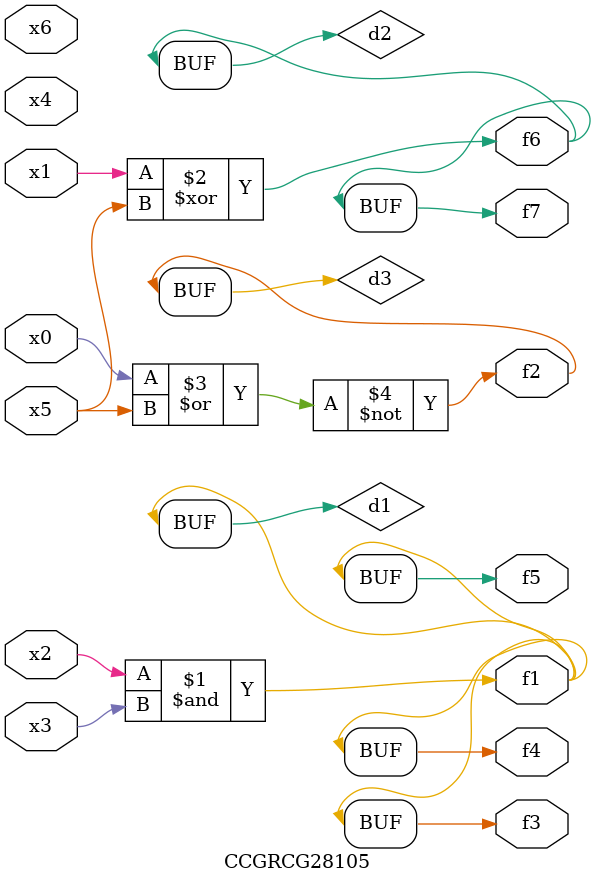
<source format=v>
module CCGRCG28105(
	input x0, x1, x2, x3, x4, x5, x6,
	output f1, f2, f3, f4, f5, f6, f7
);

	wire d1, d2, d3;

	and (d1, x2, x3);
	xor (d2, x1, x5);
	nor (d3, x0, x5);
	assign f1 = d1;
	assign f2 = d3;
	assign f3 = d1;
	assign f4 = d1;
	assign f5 = d1;
	assign f6 = d2;
	assign f7 = d2;
endmodule

</source>
